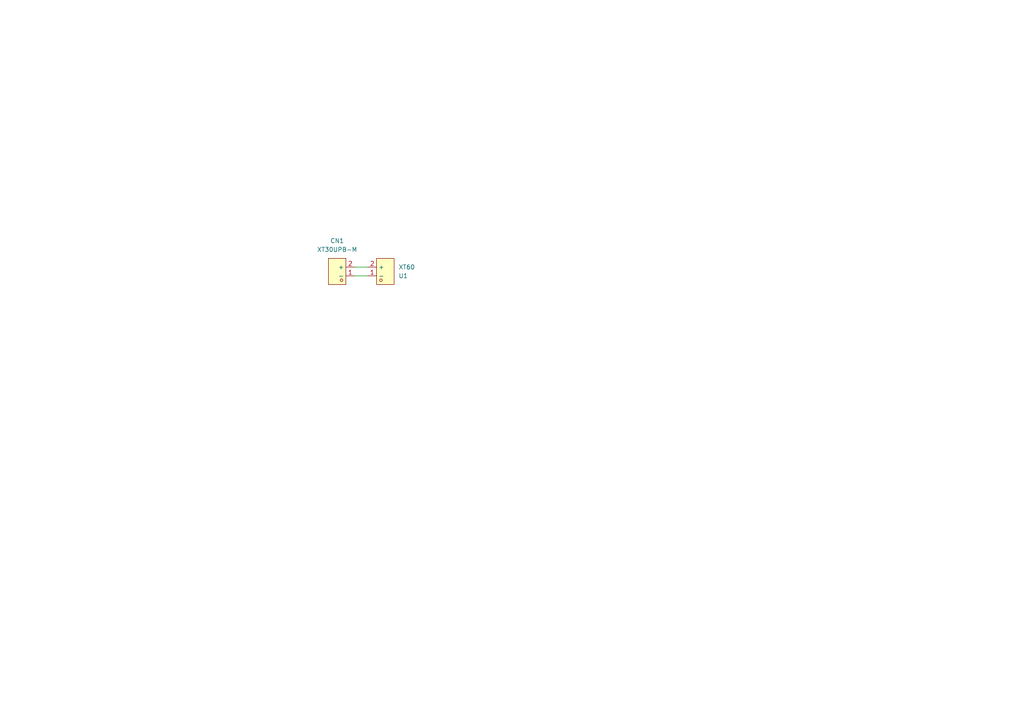
<source format=kicad_sch>
(kicad_sch (version 20231120) (generator "eeschema") (generator_version "8.0")
  (paper "A4")
  (lib_symbols
    (symbol "easyeda2kicad:XT30UPB-M"
      (property "Reference" "CN" (at 0 6.35 0))
      (property "Value" "XT30UPB-M" (at 0 -6.35 0))
      (symbol "XT30UPB-M_0_1"
        (rectangle (start -2.54 3.81) (end 2.54 -3.81) (fill (type background)))
        (circle (center -1.27 2.54) (radius 0.38))
        (pin unspecified line (at -5.08 1.27 0) (length 2.54) (name "-") (number "1"))
        (pin unspecified line (at -5.08 -1.27 0) (length 2.54) (name "+") (number "2"))
      )
    )
    (symbol "easyeda2kicad:XT60"
      (property "Reference" "U" (at 0 6.35 0))
      (property "Value" "XT60" (at 0 -6.35 0))
      (symbol "XT60_0_1"
        (rectangle (start -2.54 3.81) (end 2.54 -3.81) (fill (type background)))
        (circle (center -1.27 2.54) (radius 0.38))
        (pin unspecified line (at -5.08 1.27 0) (length 2.54) (name "-") (number "1"))
        (pin unspecified line (at -5.08 -1.27 0) (length 2.54) (name "+") (number "2"))
      )
    )
  )
  (wire (pts (xy 106.68 77.47) (xy 102.87 77.47)))
  (wire (pts (xy 106.68 80.01) (xy 102.87 80.01)))
  (symbol (lib_id "easyeda2kicad:XT60") (at 111.76 78.74 0) (mirror x) (unit 1)
    (property "Reference" "U1" (at 115.57 80.0101 0) (effects (justify left)))
    (property "Value" "XT60" (at 115.57 77.4701 0) (effects (justify left)))
    (property "Footprint" "easyeda2kicad:CONN-TH_XT60" (effects (hide yes)))
    (property "LCSC Part" "C98733" (effects (hide yes)))
  )
  (symbol (lib_id "easyeda2kicad:XT30UPB-M") (at 97.79 78.74 180) (unit 1)
    (property "Reference" "CN1" (at 97.79 69.85 0))
    (property "Value" "XT30UPB-M" (at 97.79 72.39 0))
    (property "Footprint" "easyeda2kicad:CONN-TH_XT30UPB-M" (effects (hide yes)))
    (property "Datasheet" "https://lcsc.com/product-detail/Power-Connectors_Changzhou-Amass-Elec-XT30UPB-M_C428721.html" (effects (hide yes)))
    (property "LCSC Part" "C428721" (effects (hide yes)))
  )
)
</source>
